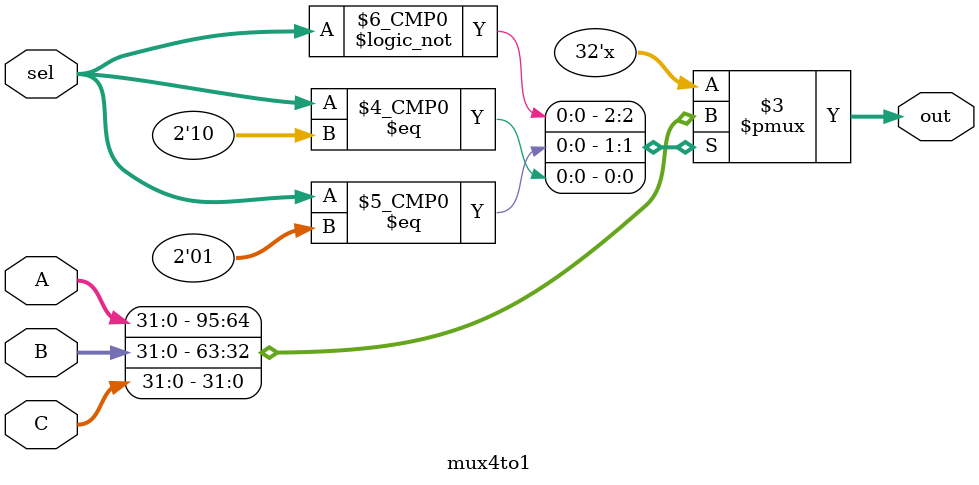
<source format=v>
module mux4to1 #(parameter DATA=32)(
input [DATA-1:0] A,
input [DATA-1:0] B,
input [DATA-1:0] C,
input [1:0] sel,
output reg [DATA-1:0] out
);

always @(*)
begin
case (sel)
2'b00: out=A;
2'b01: out=B;
2'b10: out=C;
2'b11: out='bx;
endcase
end
endmodule

</source>
